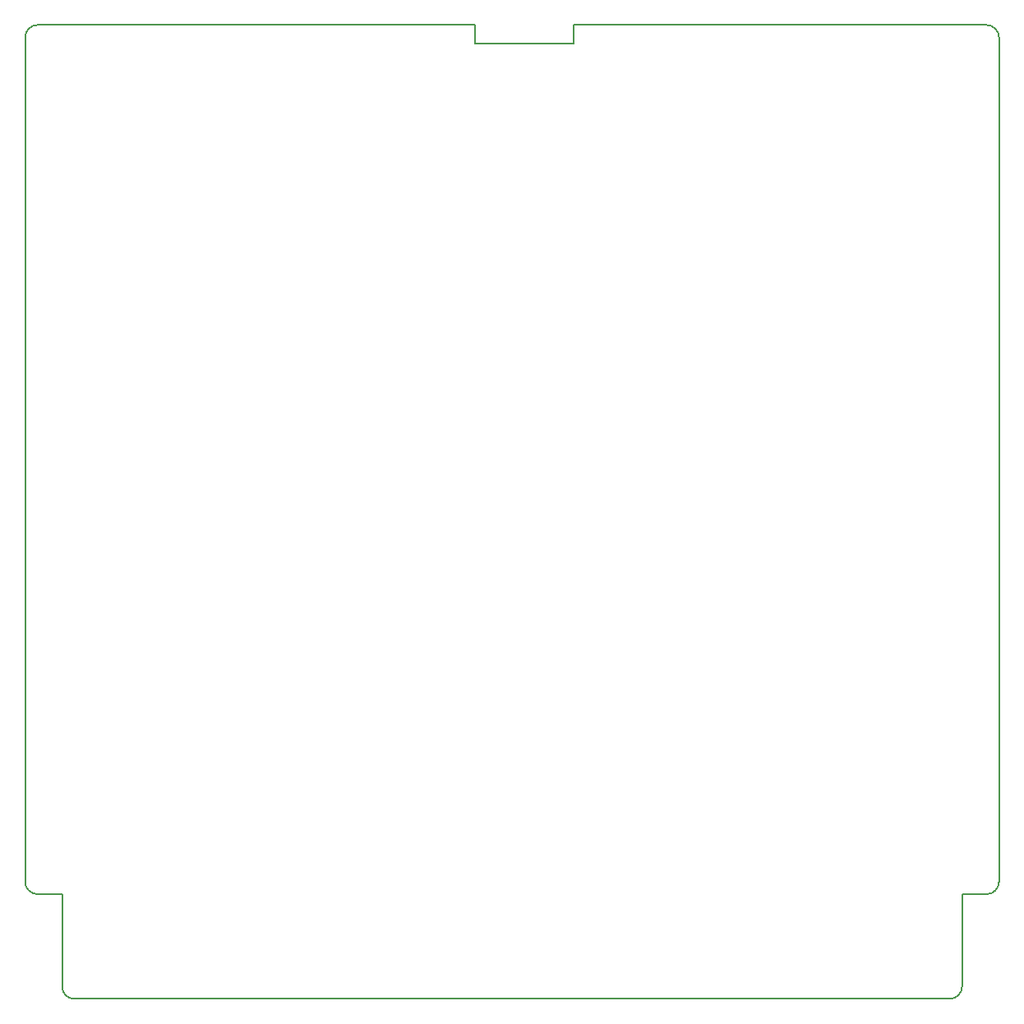
<source format=gm1>
G04 #@! TF.FileFunction,Profile,NP*
%FSLAX46Y46*%
G04 Gerber Fmt 4.6, Leading zero omitted, Abs format (unit mm)*
G04 Created by KiCad (PCBNEW 4.0.7) date 2024 March 18, Monday 14:50:24*
%MOMM*%
%LPD*%
G01*
G04 APERTURE LIST*
%ADD10C,0.100000*%
%ADD11C,0.150000*%
G04 APERTURE END LIST*
D10*
D11*
X157480000Y-53975000D02*
X157480000Y-52070000D01*
X147320000Y-53975000D02*
X157480000Y-53975000D01*
X147320000Y-52070000D02*
X147320000Y-53975000D01*
X147320000Y-52070000D02*
X102235000Y-52070000D01*
X157480000Y-52070000D02*
X200025000Y-52070000D01*
X201295000Y-140335000D02*
X201295000Y-53340000D01*
X100965000Y-53340000D02*
X100965000Y-140335000D01*
X102235000Y-141605000D02*
X104775000Y-141605000D01*
X100965000Y-140335000D02*
G75*
G03X102235000Y-141605000I1270000J0D01*
G01*
X104775000Y-151130000D02*
X104775000Y-141605000D01*
X197485000Y-141605000D02*
X200025000Y-141605000D01*
X200025000Y-141605000D02*
G75*
G03X201295000Y-140335000I0J1270000D01*
G01*
X197485000Y-151130000D02*
X197485000Y-141605000D01*
X106045000Y-152400000D02*
X196215000Y-152400000D01*
X201295000Y-53340000D02*
G75*
G03X200025000Y-52070000I-1270000J0D01*
G01*
X102235000Y-52070000D02*
G75*
G03X100965000Y-53340000I0J-1270000D01*
G01*
X196215000Y-152400000D02*
G75*
G03X197485000Y-151130000I0J1270000D01*
G01*
X104775000Y-151130000D02*
G75*
G03X106045000Y-152400000I1270000J0D01*
G01*
M02*

</source>
